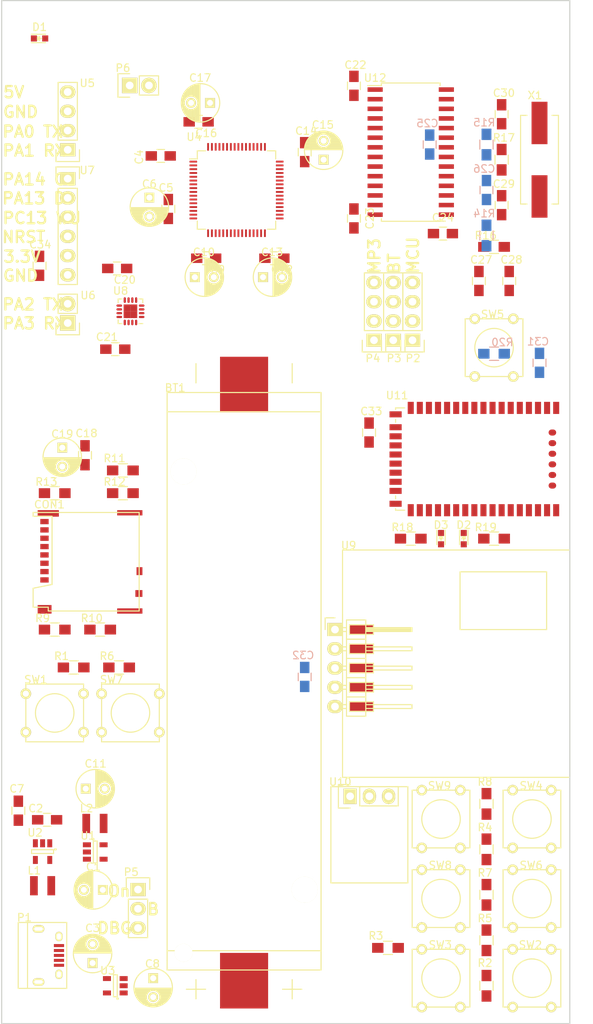
<source format=kicad_pcb>
(kicad_pcb (version 4) (host pcbnew 4.0.2-stable)
  (title_block (title "SenseWalk2: Minimalistic version") (rev 1) (company "University of Central Florida\\nSenior Design G23\\nBenoit Brummer\\n\\n\\n"))
  (layers (0 F.Cu signal) (1 In1.Cu power hide) (2 In2.Cu power hide) (31 B.Cu signal) (34 B.Paste user) (35 F.Paste user) (36 B.SilkS user) (37 F.SilkS user) (38 B.Mask user) (39 F.Mask user) (44 Edge.Cuts user))
  (net 0 "")
  (net 1 GND)
  (net 2 +BATT)
  (net 3 +5V)
  (net 4 +3V3)
  (net 5 PD2_SD-CMD)
  (net 6 PC10_SD-D2)
  (net 7 PC11_SD-D3)
  (net 8 PC12_SD-CK)
  (net 9 PC8_SD-D0)
  (net 10 PC9_SD-D1)
  (net 11 PA15_SD-DET)
  (net 12 "Net-(L2-Pad1)")
  (net 13 /in5)
  (net 14 /in6)
  (net 15 /in7)
  (net 16 /in8)
  (net 17 /in1)
  (net 18 /in2)
  (net 19 /in3)
  (net 20 /in4)
  (net 21 PC13_dbg)
  (net 22 NRST)
  (net 23 PC0_MP3-SCL)
  (net 24 PC1_MP3-SDA)
  (net 25 PC2_MAG-MISO)
  (net 26 PA0_las)
  (net 27 PA1_las)
  (net 28 PA2_UART)
  (net 29 PA3_UART)
  (net 30 PA4_BTpcm-Sync)
  (net 31 PA5_MP3-SCK)
  (net 32 PA6_BT-RTS)
  (net 33 PA7_MP3-SDI)
  (net 34 PC4_BT-RX)
  (net 35 PC5_BT-TX)
  (net 36 PB1_BT-CTS)
  (net 37 PB2_BT-GP2)
  (net 38 PB10_MAG-SPC)
  (net 39 "Net-(D1-Pad2)")
  (net 40 PB12_MAG-INT)
  (net 41 PB13_MAG-TRIG)
  (net 42 PB14_MP3-RST)
  (net 43 PB15_MAG-MOSI)
  (net 44 PC6_MP3-DR)
  (net 45 PA9_GPS-RX)
  (net 46 PA13_dbg)
  (net 47 PA14_dbg)
  (net 48 PB3_BTpcm-CLK)
  (net 49 PB5_BTpcm-IN)
  (net 50 PB7_GPS-TX)
  (net 51 PB9_MAG-CS)
  (net 52 "Net-(P4-Pad4)")
  (net 53 "Net-(P4-Pad1)")
  (net 54 "Net-(P4-Pad2)")
  (net 55 "Net-(C26-Pad1)")
  (net 56 "Net-(C28-Pad1)")
  (net 57 "Net-(C29-Pad1)")
  (net 58 "Net-(C27-Pad1)")
  (net 59 "Net-(D2-Pad2)")
  (net 60 "Net-(D2-Pad1)")
  (net 61 "Net-(D3-Pad2)")
  (net 62 "Net-(D3-Pad1)")
  (net 63 "Net-(P3-Pad1)")
  (net 64 "Net-(P3-Pad2)")
  (net 65 "Net-(P3-Pad3)")
  (net 66 "Net-(P3-Pad4)")
  (net 67 "Net-(L1-Pad2)")
  (net 68 "Net-(C3-Pad2)")
  (net 69 "Net-(C26-Pad2)")
  (net 70 "Net-(C30-Pad1)")
  (net 71 PB0_mic)
  (net 72 PB11_BT-GP9)
  (net 73 x-in-1)
  (net 74 x-in-2)
  (net 75 /3VEN)
  (net 76 /5VEN)
  (module con-trougnouf:18650BatteryHolder (layer F.Cu) (at 69 173 270)
    (fp_text reference BT1 (at -81.9 9.1 360) (layer F.SilkS))
    (fp_text value Battery)
    (pad "" np_thru_hole oval (at -70.87 8 270) (size 3.45 3.45) (drill 3.45) (layers *.Cu *.Mask F.SilkS))
    (pad 1 smd rect (at -3.67 0 270) (size 7.34 6.35) (layers F.Cu F.Paste F.Mask) (net 2 +BATT))
    (pad 2 smd rect (at -82.33 0 270) (size 7.34 6.35) (layers F.Cu F.Paste F.Mask) (net 1 GND))
    (pad "" np_thru_hole oval (at -7.34 8 270) (size 2.39 2.39) (drill 2.39) (layers *.Cu *.Mask F.SilkS))
    (pad "" np_thru_hole oval (at -15.67 -8 270) (size 3.45 3.45) (drill 3.45) (layers *.Cu *.Mask F.SilkS))
  )
  (module Capacitors_ThroughHole:C_Radial_D5_L11_P2.5 (layer F.Cu) (at 50.35 157.35 180)
    (fp_text reference C1 (at 1.25 3.05 180) (layer F.SilkS))
    (fp_text value 10uF)
    (pad 1 thru_hole rect (at 0 0 180) (size 1.3 1.3) (drill 0.8) (layers *.Cu *.Mask F.SilkS) (net 75 /3VEN))
    (pad 2 thru_hole circle (at 2.5 0 180) (size 1.3 1.3) (drill 0.8) (layers *.Cu *.Mask F.SilkS) (net 1 GND))
  )
  (module con-trougnouf:MicroSD (layer F.Cu) (at 42.65 112.05 90)
    (fp_text reference CON1 (at 5.55 0.65 180) (layer F.SilkS))
    (fp_text value uSD_Card)
    (pad 6 smd rect (at -2.2 0 90) (size 0.7 1.1) (layers F.Cu F.Paste F.Mask) (net 1 GND))
    (pad 3 smd rect (at 1.1 0 90) (size 0.7 1.1) (layers F.Cu F.Paste F.Mask) (net 5 PD2_SD-CMD))
    (pad ~ smd rect (at 4.38 0.5 90) (size 0.86 2.8) (layers F.Cu F.Paste F.Mask))
    (pad 1 smd rect (at 3.3 0 90) (size 0.7 1.1) (layers F.Cu F.Paste F.Mask) (net 6 PC10_SD-D2))
    (pad 2 smd rect (at 2.2 0 90) (size 0.7 1.1) (layers F.Cu F.Paste F.Mask) (net 7 PC11_SD-D3))
    (pad 4 smd rect (at 0 0 90) (size 0.7 1.1) (layers F.Cu F.Paste F.Mask) (net 4 +3V3))
    (pad 5 smd rect (at -1.1 0 90) (size 0.7 1.1) (layers F.Cu F.Paste F.Mask) (net 8 PC12_SD-CK))
    (pad 7 smd rect (at -3.3 0 90) (size 0.7 1.1) (layers F.Cu F.Paste F.Mask) (net 9 PC8_SD-D0))
    (pad 8 smd rect (at -4.4 0 90) (size 0.7 1.1) (layers F.Cu F.Paste F.Mask) (net 10 PC9_SD-D1))
    (pad ~ smd rect (at -8.28 0.015 90) (size 1.14 1.83) (layers F.Cu F.Paste F.Mask))
    (pad ~ smd rect (at -8.5 11.265 90) (size 0.7 3.33) (layers F.Cu F.Paste F.Mask))
    (pad 6 smd rect (at -6.19 12.465 90) (size 0.9 0.93) (layers F.Cu F.Paste F.Mask) (net 1 GND))
    (pad 9 smd rect (at -3.24 12.54 90) (size 1.05 0.78) (layers F.Cu F.Paste F.Mask) (net 11 PA15_SD-DET))
    (pad ~ smd rect (at 4.46 11.265 90) (size 0.7 3.33) (layers F.Cu F.Paste F.Mask))
  )
  (module BT:RN-52 (layer F.Cu) (at 102 100.5 270)
    (fp_text reference U11 (at -8.4 12.8 360) (layer F.SilkS))
    (fp_text value RN-52)
    (pad 28 smd rect (at 6.75 11 270) (size 1.6 0.8) (layers F.Cu F.Paste F.Mask))
    (pad 27 smd rect (at 5.9 13 270) (size 0.8 1.6) (layers F.Cu F.Paste F.Mask) (net 1 GND))
    (pad 19 smd rect (at -4.2 13 270) (size 0.8 1.6) (layers F.Cu F.Paste F.Mask))
    (pad 1 smd rect (at -6.75 -8.2 270) (size 1.6 0.8) (layers F.Cu F.Paste F.Mask) (net 1 GND))
    (pad 2 smd rect (at -6.75 -7 270) (size 1.6 0.8) (layers F.Cu F.Paste F.Mask) (net 37 PB2_BT-GP2))
    (pad 3 smd rect (at -6.75 -5.8 270) (size 1.6 0.8) (layers F.Cu F.Paste F.Mask))
    (pad 4 smd rect (at -6.75 -4.6 270) (size 1.6 0.8) (layers F.Cu F.Paste F.Mask))
    (pad 5 smd rect (at -6.75 -3.4 270) (size 1.6 0.8) (layers F.Cu F.Paste F.Mask))
    (pad 6 smd rect (at -6.75 -2.2 270) (size 1.6 0.8) (layers F.Cu F.Paste F.Mask))
    (pad 7 smd rect (at -6.75 -1 270) (size 1.6 0.8) (layers F.Cu F.Paste F.Mask))
    (pad 8 smd rect (at -6.75 0.2 270) (size 1.6 0.8) (layers F.Cu F.Paste F.Mask))
    (pad 9 smd rect (at -6.75 1.4 270) (size 1.6 0.8) (layers F.Cu F.Paste F.Mask))
    (pad 10 smd rect (at -6.75 2.6 270) (size 1.6 0.8) (layers F.Cu F.Paste F.Mask))
    (pad 11 smd rect (at -6.75 3.8 270) (size 1.6 0.8) (layers F.Cu F.Paste F.Mask) (net 72 PB11_BT-GP9))
    (pad 12 smd rect (at -6.75 5 270) (size 1.6 0.8) (layers F.Cu F.Paste F.Mask))
    (pad 13 smd rect (at -6.75 6.2 270) (size 1.6 0.8) (layers F.Cu F.Paste F.Mask))
    (pad 14 smd rect (at -6.75 7.4 270) (size 1.6 0.8) (layers F.Cu F.Paste F.Mask) (net 32 PA6_BT-RTS))
    (pad 15 smd rect (at -6.75 8.6 270) (size 1.6 0.8) (layers F.Cu F.Paste F.Mask) (net 36 PB1_BT-CTS))
    (pad 16 smd rect (at -6.75 9.8 270) (size 1.6 0.8) (layers F.Cu F.Paste F.Mask) (net 35 PC5_BT-TX))
    (pad 17 smd rect (at -6.75 11 270) (size 1.6 0.8) (layers F.Cu F.Paste F.Mask) (net 34 PC4_BT-RX))
    (pad 18 smd rect (at -5.9 13 270) (size 0.8 1.6) (layers F.Cu F.Paste F.Mask) (net 1 GND))
    (pad 20 smd rect (at -3 13 270) (size 0.8 1.6) (layers F.Cu F.Paste F.Mask))
    (pad 21 smd rect (at -1.8 13 270) (size 0.8 1.6) (layers F.Cu F.Paste F.Mask) (net 4 +3V3))
    (pad 22 smd rect (at -0.6 13 270) (size 0.8 1.6) (layers F.Cu F.Paste F.Mask) (net 4 +3V3))
    (pad 23 smd rect (at 0.6 13 270) (size 0.8 1.6) (layers F.Cu F.Paste F.Mask) (net 66 "Net-(P3-Pad4)"))
    (pad 24 smd rect (at 1.8 13 270) (size 0.8 1.6) (layers F.Cu F.Paste F.Mask) (net 65 "Net-(P3-Pad3)"))
    (pad 25 smd rect (at 3 13 270) (size 0.8 1.6) (layers F.Cu F.Paste F.Mask) (net 64 "Net-(P3-Pad2)"))
    (pad 26 smd rect (at 4.2 13 270) (size 0.8 1.6) (layers F.Cu F.Paste F.Mask) (net 63 "Net-(P3-Pad1)"))
    (pad 29 smd rect (at 6.75 9.8 270) (size 1.6 0.8) (layers F.Cu F.Paste F.Mask))
    (pad 30 smd rect (at 6.75 8.6 270) (size 1.6 0.8) (layers F.Cu F.Paste F.Mask))
    (pad 31 smd rect (at 6.75 7.4 270) (size 1.6 0.8) (layers F.Cu F.Paste F.Mask))
    (pad 32 smd rect (at 6.75 6.2 270) (size 1.6 0.8) (layers F.Cu F.Paste F.Mask) (net 62 "Net-(D3-Pad1)"))
    (pad 33 smd rect (at 6.75 5 270) (size 1.6 0.8) (layers F.Cu F.Paste F.Mask) (net 60 "Net-(D2-Pad1)"))
    (pad 34 smd rect (at 6.75 3.8 270) (size 1.6 0.8) (layers F.Cu F.Paste F.Mask))
    (pad 35 smd rect (at 6.75 2.6 270) (size 1.6 0.8) (layers F.Cu F.Paste F.Mask))
    (pad 36 smd rect (at 6.75 1.4 270) (size 1.6 0.8) (layers F.Cu F.Paste F.Mask))
    (pad 37 smd rect (at 6.75 0.2 270) (size 1.6 0.8) (layers F.Cu F.Paste F.Mask))
    (pad 38 smd rect (at 6.75 -1 270) (size 1.6 0.8) (layers F.Cu F.Paste F.Mask))
    (pad 39 smd rect (at 6.75 -2.2 270) (size 1.6 0.8) (layers F.Cu F.Paste F.Mask) (net 1 GND))
    (pad 40 smd rect (at 6.75 -3.4 270) (size 1.6 0.8) (layers F.Cu F.Paste F.Mask))
    (pad 41 smd rect (at 6.75 -4.6 270) (size 1.6 0.8) (layers F.Cu F.Paste F.Mask))
    (pad 42 smd rect (at 6.75 -5.8 270) (size 1.6 0.8) (layers F.Cu F.Paste F.Mask))
    (pad 43 smd rect (at 6.75 -7 270) (size 1.6 0.8) (layers F.Cu F.Paste F.Mask))
    (pad 44 smd rect (at 6.75 -8.2 270) (size 1.6 0.8) (layers F.Cu F.Paste F.Mask) (net 1 GND))
    (pad 45 smd oval (at 3.5 -7.7 270) (size 0.8 1) (layers F.Cu F.Paste F.Mask) (net 1 GND))
    (pad 46 smd oval (at 2.1 -7.7 270) (size 0.8 1) (layers F.Cu F.Paste F.Mask) (net 1 GND))
    (pad 47 smd oval (at 0.7 -7.7 270) (size 0.8 1) (layers F.Cu F.Paste F.Mask) (net 1 GND))
    (pad 48 smd oval (at -0.7 -7.7 270) (size 0.8 1) (layers F.Cu F.Paste F.Mask) (net 1 GND))
    (pad 49 smd oval (at -2.1 -7.7 270) (size 0.8 1) (layers F.Cu F.Paste F.Mask) (net 1 GND))
    (pad 50 smd oval (at -3.5 -7.7 270) (size 0.8 1) (layers F.Cu F.Paste F.Mask) (net 1 GND))
  )
  (module Capacitors_ThroughHole:C_Radial_D5_L11_P2.5 (layer F.Cu) (at 49 167 90)
    (fp_text reference C3 (at 4.6 0 180) (layer F.SilkS))
    (fp_text value 1uF)
    (pad 1 thru_hole rect (at 0 0 90) (size 1.3 1.3) (drill 0.8) (layers *.Cu *.Mask F.SilkS) (net 1 GND))
    (pad 2 thru_hole circle (at 2.5 0 90) (size 1.3 1.3) (drill 0.8) (layers *.Cu *.Mask F.SilkS) (net 68 "Net-(C3-Pad2)"))
  )
  (module Capacitors_SMD:C_0805_HandSoldering (layer F.Cu) (at 58 60.5)
    (fp_text reference C4 (at -2.85 0.15 90) (layer F.SilkS))
    (fp_text value 0.1uF)
    (pad 1 smd rect (at -1.25 0) (size 1.5 1.25) (layers F.Cu F.Paste F.Mask) (net 1 GND))
    (pad 2 smd rect (at 1.25 0) (size 1.5 1.25) (layers F.Cu F.Paste F.Mask) (net 4 +3V3))
  )
  (module Capacitors_ThroughHole:C_Radial_D5_L11_P2.5 (layer F.Cu) (at 56.5 66 270)
    (fp_text reference C6 (at -1.8 0 360) (layer F.SilkS))
    (fp_text value 4.7uF)
    (pad 1 thru_hole rect (at 0 0 270) (size 1.3 1.3) (drill 0.8) (layers *.Cu *.Mask F.SilkS) (net 1 GND))
    (pad 2 thru_hole circle (at 2.5 0 270) (size 1.3 1.3) (drill 0.8) (layers *.Cu *.Mask F.SilkS) (net 4 +3V3))
  )
  (module Capacitors_SMD:C_0805_HandSoldering (layer F.Cu) (at 39.2 146.9 90)
    (fp_text reference C7 (at 2.9 -0.2 180) (layer F.SilkS))
    (fp_text value 10uF)
    (pad 1 smd rect (at -1.25 0 90) (size 1.5 1.25) (layers F.Cu F.Paste F.Mask) (net 3 +5V))
    (pad 2 smd rect (at 1.25 0 90) (size 1.5 1.25) (layers F.Cu F.Paste F.Mask) (net 1 GND))
  )
  (module Capacitors_ThroughHole:C_Radial_D5_L11_P2.5 (layer F.Cu) (at 57 169 270)
    (fp_text reference C8 (at -1.9 0.1 360) (layer F.SilkS))
    (fp_text value 1uF)
    (pad 1 thru_hole rect (at 0 0 270) (size 1.3 1.3) (drill 0.8) (layers *.Cu *.Mask F.SilkS) (net 2 +BATT))
    (pad 2 thru_hole circle (at 2.5 0 270) (size 1.3 1.3) (drill 0.8) (layers *.Cu *.Mask F.SilkS) (net 1 GND))
  )
  (module Capacitors_ThroughHole:C_Radial_D5_L11_P2.5 (layer F.Cu) (at 62.5 76.5)
    (fp_text reference C10 (at 1.2 -3.3) (layer F.SilkS))
    (fp_text value 4.7uF)
    (pad 1 thru_hole rect (at 0 0) (size 1.3 1.3) (drill 0.8) (layers *.Cu *.Mask F.SilkS) (net 1 GND))
    (pad 2 thru_hole circle (at 2.5 0) (size 1.3 1.3) (drill 0.8) (layers *.Cu *.Mask F.SilkS) (net 4 +3V3))
  )
  (module Capacitors_ThroughHole:C_Radial_D5_L11_P2.5 (layer F.Cu) (at 64.5 53.5 180)
    (fp_text reference C17 (at 1.3 3.3 180) (layer F.SilkS))
    (fp_text value 4.7uF)
    (pad 1 thru_hole rect (at 0 0 180) (size 1.3 1.3) (drill 0.8) (layers *.Cu *.Mask F.SilkS) (net 1 GND))
    (pad 2 thru_hole circle (at 2.5 0 180) (size 1.3 1.3) (drill 0.8) (layers *.Cu *.Mask F.SilkS) (net 4 +3V3))
  )
  (module Inductors_NEOSID:Neosid_Inductor_SM-NE29_SMD1008 (layer F.Cu) (at 42.4 156.8 180)
    (fp_text reference L1 (at 1.1 2 180) (layer F.SilkS))
    (fp_text value 4.7uH)
    (pad 2 smd rect (at 1.14554 0 180) (size 1.02108 2.54) (layers F.Cu F.Paste F.Mask) (net 67 "Net-(L1-Pad2)"))
    (pad 1 smd rect (at -1.14554 0 180) (size 1.02108 2.54) (layers F.Cu F.Paste F.Mask) (net 2 +BATT))
  )
  (module Inductors_NEOSID:Neosid_Inductor_SM-NE29_SMD1008 (layer F.Cu) (at 49.31 148.58)
    (fp_text reference L2 (at -1.11 -1.98 180) (layer F.SilkS))
    (fp_text value 4.7uH)
    (pad 2 smd rect (at 1.14554 0) (size 1.02108 2.54) (layers F.Cu F.Paste F.Mask) (net 4 +3V3))
    (pad 1 smd rect (at -1.14554 0) (size 1.02108 2.54) (layers F.Cu F.Paste F.Mask) (net 12 "Net-(L2-Pad1)"))
  )
  (module Connect:USB_Micro-B (layer F.Cu) (at 43 166 270)
    (fp_text reference P1 (at -5 3 360) (layer F.SilkS))
    (fp_text value USB_B)
    (pad 1 smd rect (at -1.3009 -1.56254) (size 1.35 0.4) (layers F.Cu F.Paste F.Mask) (net 68 "Net-(C3-Pad2)"))
    (pad 2 smd rect (at -0.6509 -1.56254) (size 1.35 0.4) (layers F.Cu F.Paste F.Mask))
    (pad 3 smd rect (at -0.0009 -1.56254) (size 1.35 0.4) (layers F.Cu F.Paste F.Mask))
    (pad 4 smd rect (at 0.6491 -1.56254) (size 1.35 0.4) (layers F.Cu F.Paste F.Mask) (net 1 GND))
    (pad 5 smd rect (at 1.2991 -1.56254) (size 1.35 0.4) (layers F.Cu F.Paste F.Mask))
    (pad 6 thru_hole oval (at -2.5009 -1.56254) (size 0.95 1.25) (drill oval 0.55 0.85) (layers *.Cu *.Mask F.SilkS))
    (pad 6 thru_hole oval (at 2.4991 -1.56254) (size 0.95 1.25) (drill oval 0.55 0.85) (layers *.Cu *.Mask F.SilkS))
    (pad 6 thru_hole oval (at -3.5009 1.13746) (size 1.55 1) (drill oval 1.15 0.5) (layers *.Cu *.Mask F.SilkS))
    (pad 6 thru_hole oval (at 3.4991 1.13746) (size 1.55 1) (drill oval 1.15 0.5) (layers *.Cu *.Mask F.SilkS))
  )
  (module Buttons_Switches_ThroughHole:SW_PUSH_SMALL (layer F.Cu) (at 44 134)
    (fp_text reference SW1 (at -2.5 -4.4) (layer F.SilkS))
    (fp_text value SW_PUSH)
    (pad 1 thru_hole circle (at 3.81 -2.54) (size 1.397 1.397) (drill 0.8128) (layers *.Cu *.Mask F.SilkS) (net 13 /in5))
    (pad 2 thru_hole circle (at 3.81 2.54) (size 1.397 1.397) (drill 0.8128) (layers *.Cu *.Mask F.SilkS) (net 4 +3V3))
    (pad 1 thru_hole circle (at -3.81 -2.54) (size 1.397 1.397) (drill 0.8128) (layers *.Cu *.Mask F.SilkS) (net 13 /in5))
    (pad 2 thru_hole circle (at -3.81 2.54) (size 1.397 1.397) (drill 0.8128) (layers *.Cu *.Mask F.SilkS) (net 4 +3V3))
  )
  (module Buttons_Switches_ThroughHole:SW_PUSH_SMALL (layer F.Cu) (at 107 169 270)
    (fp_text reference SW2 (at -4.4 0.2 360) (layer F.SilkS))
    (fp_text value SW_PUSH)
    (pad 1 thru_hole circle (at 3.81 -2.54 270) (size 1.397 1.397) (drill 0.8128) (layers *.Cu *.Mask F.SilkS) (net 14 /in6))
    (pad 2 thru_hole circle (at 3.81 2.54 270) (size 1.397 1.397) (drill 0.8128) (layers *.Cu *.Mask F.SilkS) (net 4 +3V3))
    (pad 1 thru_hole circle (at -3.81 -2.54 270) (size 1.397 1.397) (drill 0.8128) (layers *.Cu *.Mask F.SilkS) (net 14 /in6))
    (pad 2 thru_hole circle (at -3.81 2.54 270) (size 1.397 1.397) (drill 0.8128) (layers *.Cu *.Mask F.SilkS) (net 4 +3V3))
  )
  (module Buttons_Switches_ThroughHole:SW_PUSH_SMALL (layer F.Cu) (at 95 169 90)
    (fp_text reference SW3 (at 4.4 -0.1 180) (layer F.SilkS))
    (fp_text value SW_PUSH)
    (pad 1 thru_hole circle (at 3.81 -2.54 90) (size 1.397 1.397) (drill 0.8128) (layers *.Cu *.Mask F.SilkS) (net 15 /in7))
    (pad 2 thru_hole circle (at 3.81 2.54 90) (size 1.397 1.397) (drill 0.8128) (layers *.Cu *.Mask F.SilkS) (net 4 +3V3))
    (pad 1 thru_hole circle (at -3.81 -2.54 90) (size 1.397 1.397) (drill 0.8128) (layers *.Cu *.Mask F.SilkS) (net 15 /in7))
    (pad 2 thru_hole circle (at -3.81 2.54 90) (size 1.397 1.397) (drill 0.8128) (layers *.Cu *.Mask F.SilkS) (net 4 +3V3))
  )
  (module Buttons_Switches_ThroughHole:SW_PUSH_SMALL (layer F.Cu) (at 107 148 270)
    (fp_text reference SW4 (at -4.4 0.1 360) (layer F.SilkS))
    (fp_text value SW_PUSH)
    (pad 1 thru_hole circle (at 3.81 -2.54 270) (size 1.397 1.397) (drill 0.8128) (layers *.Cu *.Mask F.SilkS) (net 16 /in8))
    (pad 2 thru_hole circle (at 3.81 2.54 270) (size 1.397 1.397) (drill 0.8128) (layers *.Cu *.Mask F.SilkS) (net 4 +3V3))
    (pad 1 thru_hole circle (at -3.81 -2.54 270) (size 1.397 1.397) (drill 0.8128) (layers *.Cu *.Mask F.SilkS) (net 16 /in8))
    (pad 2 thru_hole circle (at -3.81 2.54 270) (size 1.397 1.397) (drill 0.8128) (layers *.Cu *.Mask F.SilkS) (net 4 +3V3))
  )
  (module Buttons_Switches_ThroughHole:SW_PUSH_SMALL (layer F.Cu) (at 107 158.5 270)
    (fp_text reference SW6 (at -4.4 0.1 360) (layer F.SilkS))
    (fp_text value SW_PUSH)
    (pad 1 thru_hole circle (at 3.81 -2.54 270) (size 1.397 1.397) (drill 0.8128) (layers *.Cu *.Mask F.SilkS) (net 17 /in1))
    (pad 2 thru_hole circle (at 3.81 2.54 270) (size 1.397 1.397) (drill 0.8128) (layers *.Cu *.Mask F.SilkS) (net 4 +3V3))
    (pad 1 thru_hole circle (at -3.81 -2.54 270) (size 1.397 1.397) (drill 0.8128) (layers *.Cu *.Mask F.SilkS) (net 17 /in1))
    (pad 2 thru_hole circle (at -3.81 2.54 270) (size 1.397 1.397) (drill 0.8128) (layers *.Cu *.Mask F.SilkS) (net 4 +3V3))
  )
  (module Buttons_Switches_ThroughHole:SW_PUSH_SMALL (layer F.Cu) (at 54 134)
    (fp_text reference SW7 (at -2.5 -4.4) (layer F.SilkS))
    (fp_text value SW_PUSH)
    (pad 1 thru_hole circle (at 3.81 -2.54) (size 1.397 1.397) (drill 0.8128) (layers *.Cu *.Mask F.SilkS) (net 18 /in2))
    (pad 2 thru_hole circle (at 3.81 2.54) (size 1.397 1.397) (drill 0.8128) (layers *.Cu *.Mask F.SilkS) (net 4 +3V3))
    (pad 1 thru_hole circle (at -3.81 -2.54) (size 1.397 1.397) (drill 0.8128) (layers *.Cu *.Mask F.SilkS) (net 18 /in2))
    (pad 2 thru_hole circle (at -3.81 2.54) (size 1.397 1.397) (drill 0.8128) (layers *.Cu *.Mask F.SilkS) (net 4 +3V3))
  )
  (module Buttons_Switches_ThroughHole:SW_PUSH_SMALL (layer F.Cu) (at 95 158.5 90)
    (fp_text reference SW8 (at 4.4 -0.1 180) (layer F.SilkS))
    (fp_text value SW_PUSH)
    (pad 1 thru_hole circle (at 3.81 -2.54 90) (size 1.397 1.397) (drill 0.8128) (layers *.Cu *.Mask F.SilkS) (net 19 /in3))
    (pad 2 thru_hole circle (at 3.81 2.54 90) (size 1.397 1.397) (drill 0.8128) (layers *.Cu *.Mask F.SilkS) (net 4 +3V3))
    (pad 1 thru_hole circle (at -3.81 -2.54 90) (size 1.397 1.397) (drill 0.8128) (layers *.Cu *.Mask F.SilkS) (net 19 /in3))
    (pad 2 thru_hole circle (at -3.81 2.54 90) (size 1.397 1.397) (drill 0.8128) (layers *.Cu *.Mask F.SilkS) (net 4 +3V3))
  )
  (module Buttons_Switches_ThroughHole:SW_PUSH_SMALL (layer F.Cu) (at 95 148 90)
    (fp_text reference SW9 (at 4.4 -0.2 180) (layer F.SilkS))
    (fp_text value SW_PUSH)
    (pad 1 thru_hole circle (at 3.81 -2.54 90) (size 1.397 1.397) (drill 0.8128) (layers *.Cu *.Mask F.SilkS) (net 20 /in4))
    (pad 2 thru_hole circle (at 3.81 2.54 90) (size 1.397 1.397) (drill 0.8128) (layers *.Cu *.Mask F.SilkS) (net 4 +3V3))
    (pad 1 thru_hole circle (at -3.81 -2.54 90) (size 1.397 1.397) (drill 0.8128) (layers *.Cu *.Mask F.SilkS) (net 20 /in4))
    (pad 2 thru_hole circle (at -3.81 2.54 90) (size 1.397 1.397) (drill 0.8128) (layers *.Cu *.Mask F.SilkS) (net 4 +3V3))
  )
  (module TO_SOT_Packages_SMD:SOT-23-5 (layer F.Cu) (at 42.4 152.3 270)
    (fp_text reference U2 (at -2.5 1 360) (layer F.SilkS))
    (fp_text value XC9140)
    (pad 1 smd rect (at -1.1 -0.95 270) (size 1.06 0.65) (layers F.Cu F.Paste F.Mask) (net 76 /5VEN))
    (pad 2 smd rect (at -1.1 0 270) (size 1.06 0.65) (layers F.Cu F.Paste F.Mask) (net 1 GND))
    (pad 3 smd rect (at -1.1 0.95 270) (size 1.06 0.65) (layers F.Cu F.Paste F.Mask) (net 2 +BATT))
    (pad 4 smd rect (at 1.1 0.95 270) (size 1.06 0.65) (layers F.Cu F.Paste F.Mask) (net 3 +5V))
    (pad 5 smd rect (at 1.1 -0.95 270) (size 1.06 0.65) (layers F.Cu F.Paste F.Mask) (net 67 "Net-(L1-Pad2)"))
  )
  (module TO_SOT_Packages_SMD:SOT-23-5 (layer F.Cu) (at 52 170 180)
    (fp_text reference U3 (at 1 2 180) (layer F.SilkS))
    (fp_text value MCP73811/2)
    (pad 1 smd rect (at -1.1 -0.95 180) (size 1.06 0.65) (layers F.Cu F.Paste F.Mask) (net 68 "Net-(C3-Pad2)"))
    (pad 2 smd rect (at -1.1 0 180) (size 1.06 0.65) (layers F.Cu F.Paste F.Mask) (net 1 GND))
    (pad 3 smd rect (at -1.1 0.95 180) (size 1.06 0.65) (layers F.Cu F.Paste F.Mask) (net 2 +BATT))
    (pad 4 smd rect (at 1.1 0.95 180) (size 1.06 0.65) (layers F.Cu F.Paste F.Mask) (net 68 "Net-(C3-Pad2)"))
    (pad 5 smd rect (at 1.1 -0.95 180) (size 1.06 0.65) (layers F.Cu F.Paste F.Mask) (net 68 "Net-(C3-Pad2)"))
  )
  (module Housings_QFP:LQFP-64_10x10mm_Pitch0.5mm (layer F.Cu) (at 68 65)
    (fp_text reference U4 (at -5.6 -7) (layer F.SilkS))
    (fp_text value STM32L476R)
    (pad 1 smd rect (at -5.7 -3.75) (size 1 0.25) (layers F.Cu F.Paste F.Mask) (net 4 +3V3))
    (pad 2 smd rect (at -5.7 -3.25) (size 1 0.25) (layers F.Cu F.Paste F.Mask) (net 21 PC13_dbg))
    (pad 3 smd rect (at -5.7 -2.75) (size 1 0.25) (layers F.Cu F.Paste F.Mask) (net 13 /in5))
    (pad 4 smd rect (at -5.7 -2.25) (size 1 0.25) (layers F.Cu F.Paste F.Mask) (net 14 /in6))
    (pad 5 smd rect (at -5.7 -1.75) (size 1 0.25) (layers F.Cu F.Paste F.Mask) (net 15 /in7))
    (pad 6 smd rect (at -5.7 -1.25) (size 1 0.25) (layers F.Cu F.Paste F.Mask) (net 16 /in8))
    (pad 7 smd rect (at -5.7 -0.75) (size 1 0.25) (layers F.Cu F.Paste F.Mask) (net 22 NRST))
    (pad 8 smd rect (at -5.7 -0.25) (size 1 0.25) (layers F.Cu F.Paste F.Mask) (net 23 PC0_MP3-SCL))
    (pad 9 smd rect (at -5.7 0.25) (size 1 0.25) (layers F.Cu F.Paste F.Mask) (net 24 PC1_MP3-SDA))
    (pad 10 smd rect (at -5.7 0.75) (size 1 0.25) (layers F.Cu F.Paste F.Mask) (net 25 PC2_MAG-MISO))
    (pad 11 smd rect (at -5.7 1.25) (size 1 0.25) (layers F.Cu F.Paste F.Mask))
    (pad 12 smd rect (at -5.7 1.75) (size 1 0.25) (layers F.Cu F.Paste F.Mask) (net 1 GND))
    (pad 13 smd rect (at -5.7 2.25) (size 1 0.25) (layers F.Cu F.Paste F.Mask) (net 4 +3V3))
    (pad 14 smd rect (at -5.7 2.75) (size 1 0.25) (layers F.Cu F.Paste F.Mask) (net 26 PA0_las))
    (pad 15 smd rect (at -5.7 3.25) (size 1 0.25) (layers F.Cu F.Paste F.Mask) (net 27 PA1_las))
    (pad 16 smd rect (at -5.7 3.75) (size 1 0.25) (layers F.Cu F.Paste F.Mask) (net 28 PA2_UART))
    (pad 17 smd rect (at -3.75 5.7 90) (size 1 0.25) (layers F.Cu F.Paste F.Mask) (net 29 PA3_UART))
    (pad 18 smd rect (at -3.25 5.7 90) (size 1 0.25) (layers F.Cu F.Paste F.Mask) (net 1 GND))
    (pad 19 smd rect (at -2.75 5.7 90) (size 1 0.25) (layers F.Cu F.Paste F.Mask) (net 4 +3V3))
    (pad 20 smd rect (at -2.25 5.7 90) (size 1 0.25) (layers F.Cu F.Paste F.Mask) (net 30 PA4_BTpcm-Sync))
    (pad 21 smd rect (at -1.75 5.7 90) (size 1 0.25) (layers F.Cu F.Paste F.Mask) (net 31 PA5_MP3-SCK))
    (pad 22 smd rect (at -1.25 5.7 90) (size 1 0.25) (layers F.Cu F.Paste F.Mask) (net 32 PA6_BT-RTS))
    (pad 23 smd rect (at -0.75 5.7 90) (size 1 0.25) (layers F.Cu F.Paste F.Mask) (net 33 PA7_MP3-SDI))
    (pad 24 smd rect (at -0.25 5.7 90) (size 1 0.25) (layers F.Cu F.Paste F.Mask) (net 34 PC4_BT-RX))
    (pad 25 smd rect (at 0.25 5.7 90) (size 1 0.25) (layers F.Cu F.Paste F.Mask) (net 35 PC5_BT-TX))
    (pad 26 smd rect (at 0.75 5.7 90) (size 1 0.25) (layers F.Cu F.Paste F.Mask) (net 71 PB0_mic))
    (pad 27 smd rect (at 1.25 5.7 90) (size 1 0.25) (layers F.Cu F.Paste F.Mask) (net 36 PB1_BT-CTS))
    (pad 28 smd rect (at 1.75 5.7 90) (size 1 0.25) (layers F.Cu F.Paste F.Mask) (net 37 PB2_BT-GP2))
    (pad 29 smd rect (at 2.25 5.7 90) (size 1 0.25) (layers F.Cu F.Paste F.Mask) (net 38 PB10_MAG-SPC))
    (pad 30 smd rect (at 2.75 5.7 90) (size 1 0.25) (layers F.Cu F.Paste F.Mask) (net 72 PB11_BT-GP9))
    (pad 31 smd rect (at 3.25 5.7 90) (size 1 0.25) (layers F.Cu F.Paste F.Mask) (net 1 GND))
    (pad 32 smd rect (at 3.75 5.7 90) (size 1 0.25) (layers F.Cu F.Paste F.Mask) (net 4 +3V3))
    (pad 33 smd rect (at 5.7 3.75) (size 1 0.25) (layers F.Cu F.Paste F.Mask) (net 40 PB12_MAG-INT))
    (pad 34 smd rect (at 5.7 3.25) (size 1 0.25) (layers F.Cu F.Paste F.Mask) (net 41 PB13_MAG-TRIG))
    (pad 35 smd rect (at 5.7 2.75) (size 1 0.25) (layers F.Cu F.Paste F.Mask) (net 42 PB14_MP3-RST))
    (pad 36 smd rect (at 5.7 2.25) (size 1 0.25) (layers F.Cu F.Paste F.Mask) (net 43 PB15_MAG-MOSI))
    (pad 37 smd rect (at 5.7 1.75) (size 1 0.25) (layers F.Cu F.Paste F.Mask) (net 44 PC6_MP3-DR))
    (pad 38 smd rect (at 5.7 1.25) (size 1 0.25) (layers F.Cu F.Paste F.Mask) (net 76 /5VEN))
    (pad 39 smd rect (at 5.7 0.75) (size 1 0.25) (layers F.Cu F.Paste F.Mask) (net 9 PC8_SD-D0))
    (pad 40 smd rect (at 5.7 0.25) (size 1 0.25) (layers F.Cu F.Paste F.Mask) (net 10 PC9_SD-D1))
    (pad 41 smd rect (at 5.7 -0.25) (size 1 0.25) (layers F.Cu F.Paste F.Mask) (net 17 /in1))
    (pad 42 smd rect (at 5.7 -0.75) (size 1 0.25) (layers F.Cu F.Paste F.Mask) (net 45 PA9_GPS-RX))
    (pad 43 smd rect (at 5.7 -1.25) (size 1 0.25) (layers F.Cu F.Paste F.Mask) (net 18 /in2))
    (pad 44 smd rect (at 5.7 -1.75) (size 1 0.25) (layers F.Cu F.Paste F.Mask) (net 19 /in3))
    (pad 45 smd rect (at 5.7 -2.25) (size 1 0.25) (layers F.Cu F.Paste F.Mask) (net 20 /in4))
    (pad 46 smd rect (at 5.7 -2.75) (size 1 0.25) (layers F.Cu F.Paste F.Mask) (net 46 PA13_dbg))
    (pad 47 smd rect (at 5.7 -3.25) (size 1 0.25) (layers F.Cu F.Paste F.Mask) (net 1 GND))
    (pad 48 smd rect (at 5.7 -3.75) (size 1 0.25) (layers F.Cu F.Paste F.Mask) (net 4 +3V3))
    (pad 49 smd rect (at 3.75 -5.7 90) (size 1 0.25) (layers F.Cu F.Paste F.Mask) (net 47 PA14_dbg))
    (pad 50 smd rect (at 3.25 -5.7 90) (size 1 0.25) (layers F.Cu F.Paste F.Mask) (net 11 PA15_SD-DET))
    (pad 51 smd rect (at 2.75 -5.7 90) (size 1 0.25) (layers F.Cu F.Paste F.Mask) (net 6 PC10_SD-D2))
    (pad 52 smd rect (at 2.25 -5.7 90) (size 1 0.25) (layers F.Cu F.Paste F.Mask) (net 7 PC11_SD-D3))
    (pad 53 smd rect (at 1.75 -5.7 90) (size 1 0.25) (layers F.Cu F.Paste F.Mask) (net 8 PC12_SD-CK))
    (pad 54 smd rect (at 1.25 -5.7 90) (size 1 0.25) (layers F.Cu F.Paste F.Mask) (net 5 PD2_SD-CMD))
    (pad 55 smd rect (at 0.75 -5.7 90) (size 1 0.25) (layers F.Cu F.Paste F.Mask) (net 48 PB3_BTpcm-CLK))
    (pad 56 smd rect (at 0.25 -5.7 90) (size 1 0.25) (layers F.Cu F.Paste F.Mask) (net 73 x-in-1))
    (pad 57 smd rect (at -0.25 -5.7 90) (size 1 0.25) (layers F.Cu F.Paste F.Mask) (net 49 PB5_BTpcm-IN))
    (pad 58 smd rect (at -0.75 -5.7 90) (size 1 0.25) (layers F.Cu F.Paste F.Mask) (net 74 x-in-2))
    (pad 59 smd rect (at -1.25 -5.7 90) (size 1 0.25) (layers F.Cu F.Paste F.Mask) (net 50 PB7_GPS-TX))
    (pad 60 smd rect (at -1.75 -5.7 90) (size 1 0.25) (layers F.Cu F.Paste F.Mask))
    (pad 61 smd rect (at -2.25 -5.7 90) (size 1 0.25) (layers F.Cu F.Paste F.Mask) (net 39 "Net-(D1-Pad2)"))
    (pad 62 smd rect (at -2.75 -5.7 90) (size 1 0.25) (layers F.Cu F.Paste F.Mask) (net 51 PB9_MAG-CS))
    (pad 63 smd rect (at -3.25 -5.7 90) (size 1 0.25) (layers F.Cu F.Paste F.Mask) (net 1 GND))
    (pad 64 smd rect (at -3.75 -5.7 90) (size 1 0.25) (layers F.Cu F.Paste F.Mask) (net 4 +3V3))
  )
  (module con-trougnouf:Socket_Strip_Straight_1x04_3467 (layer F.Cu) (at 45.72 59.69 90)
    (fp_text reference U5 (at 8.79 2.58 180) (layer F.SilkS))
    (fp_text value Lightware_SF10/A)
    (pad 3 thru_hole rect (at 0 0 90) (size 1.7272 2.032) (drill 1.016) (layers *.Cu *.Mask F.SilkS) (net 27 PA1_las))
    (pad 4 thru_hole oval (at 2.54 0 90) (size 1.7272 2.032) (drill 1.016) (layers *.Cu *.Mask F.SilkS) (net 26 PA0_las))
    (pad 6 thru_hole oval (at 5.08 0 90) (size 1.7272 2.032) (drill 1.016) (layers *.Cu *.Mask F.SilkS) (net 1 GND))
    (pad 7 thru_hole oval (at 7.62 0 90) (size 1.7272 2.032) (drill 1.016) (layers *.Cu *.Mask F.SilkS) (net 3 +5V))
  )
  (module Housings_DFN_QFN:QFN-16-1EP_3x3mm_Pitch0.5mm (layer F.Cu) (at 54 81 180)
    (fp_text reference U8 (at 1.3 2.7 360) (layer F.SilkS))
    (fp_text value MLX90393)
    (pad 1 smd oval (at -1.475 -0.75 180) (size 0.75 0.3) (layers F.Cu F.Paste F.Mask) (net 40 PB12_MAG-INT))
    (pad 2 smd oval (at -1.475 -0.25 180) (size 0.75 0.3) (layers F.Cu F.Paste F.Mask) (net 51 PB9_MAG-CS))
    (pad 3 smd oval (at -1.475 0.25 180) (size 0.75 0.3) (layers F.Cu F.Paste F.Mask) (net 38 PB10_MAG-SPC))
    (pad 4 smd oval (at -1.475 0.75 180) (size 0.75 0.3) (layers F.Cu F.Paste F.Mask))
    (pad 5 smd oval (at -0.75 1.475 270) (size 0.75 0.3) (layers F.Cu F.Paste F.Mask) (net 43 PB15_MAG-MOSI))
    (pad 6 smd oval (at -0.25 1.475 270) (size 0.75 0.3) (layers F.Cu F.Paste F.Mask) (net 25 PC2_MAG-MISO))
    (pad 7 smd oval (at 0.25 1.475 270) (size 0.75 0.3) (layers F.Cu F.Paste F.Mask) (net 41 PB13_MAG-TRIG))
    (pad 8 smd oval (at 0.75 1.475 270) (size 0.75 0.3) (layers F.Cu F.Paste F.Mask) (net 4 +3V3))
    (pad 9 smd oval (at 1.475 0.75 180) (size 0.75 0.3) (layers F.Cu F.Paste F.Mask))
    (pad 10 smd oval (at 1.475 0.25 180) (size 0.75 0.3) (layers F.Cu F.Paste F.Mask))
    (pad 11 smd oval (at 1.475 -0.25 180) (size 0.75 0.3) (layers F.Cu F.Paste F.Mask) (net 1 GND))
    (pad 12 smd oval (at 1.475 -0.75 180) (size 0.75 0.3) (layers F.Cu F.Paste F.Mask) (net 1 GND))
    (pad 13 smd oval (at 0.75 -1.475 270) (size 0.75 0.3) (layers F.Cu F.Paste F.Mask) (net 1 GND))
    (pad 14 smd oval (at 0.25 -1.475 270) (size 0.75 0.3) (layers F.Cu F.Paste F.Mask))
    (pad 15 smd oval (at -0.25 -1.475 270) (size 0.75 0.3) (layers F.Cu F.Paste F.Mask) (net 4 +3V3))
    (pad 16 smd oval (at -0.75 -1.475 270) (size 0.75 0.3) (layers F.Cu F.Paste F.Mask))
    (pad 17 smd rect (at 0.45 0.45 180) (size 0.9 0.9) (layers F.Cu F.Paste F.Mask))
    (pad 17 smd rect (at 0.45 -0.45 180) (size 0.9 0.9) (layers F.Cu F.Paste F.Mask))
    (pad 17 smd rect (at -0.45 0.45 180) (size 0.9 0.9) (layers F.Cu F.Paste F.Mask))
    (pad 17 smd rect (at -0.45 -0.45 180) (size 0.9 0.9) (layers F.Cu F.Paste F.Mask))
  )
  (module Housings_SOIC:SOIC-28_7.5x17.9mm_Pitch1.27mm (layer F.Cu) (at 91 60)
    (fp_text reference U12 (at -4.7 -9.8) (layer F.SilkS))
    (fp_text value STA013)
    (pad 1 smd rect (at -4.7 -8.255) (size 2 0.6) (layers F.Cu F.Paste F.Mask) (net 4 +3V3))
    (pad 2 smd rect (at -4.7 -6.985) (size 2 0.6) (layers F.Cu F.Paste F.Mask) (net 1 GND))
    (pad 3 smd rect (at -4.7 -5.715) (size 2 0.6) (layers F.Cu F.Paste F.Mask) (net 24 PC1_MP3-SDA))
    (pad 4 smd rect (at -4.7 -4.445) (size 2 0.6) (layers F.Cu F.Paste F.Mask) (net 23 PC0_MP3-SCL))
    (pad 5 smd rect (at -4.7 -3.175) (size 2 0.6) (layers F.Cu F.Paste F.Mask) (net 33 PA7_MP3-SDI))
    (pad 6 smd rect (at -4.7 -1.905) (size 2 0.6) (layers F.Cu F.Paste F.Mask) (net 31 PA5_MP3-SCK))
    (pad 7 smd rect (at -4.7 -0.635) (size 2 0.6) (layers F.Cu F.Paste F.Mask) (net 4 +3V3))
    (pad 8 smd rect (at -4.7 0.635) (size 2 0.6) (layers F.Cu F.Paste F.Mask) (net 4 +3V3))
    (pad 9 smd rect (at -4.7 1.905) (size 2 0.6) (layers F.Cu F.Paste F.Mask) (net 52 "Net-(P4-Pad4)"))
    (pad 10 smd rect (at -4.7 3.175) (size 2 0.6) (layers F.Cu F.Paste F.Mask) (net 53 "Net-(P4-Pad1)"))
    (pad 11 smd rect (at -4.7 4.445) (size 2 0.6) (layers F.Cu F.Paste F.Mask) (net 54 "Net-(P4-Pad2)"))
    (pad 12 smd rect (at -4.7 5.715) (size 2 0.6) (layers F.Cu F.Paste F.Mask))
    (pad 13 smd rect (at -4.7 6.985) (size 2 0.6) (layers F.Cu F.Paste F.Mask) (net 1 GND))
    (pad 14 smd rect (at -4.7 8.255) (size 2 0.6) (layers F.Cu F.Paste F.Mask) (net 4 +3V3))
    (pad 15 smd rect (at 4.7 8.255) (size 2 0.6) (layers F.Cu F.Paste F.Mask) (net 1 GND))
    (pad 16 smd rect (at 4.7 6.985) (size 2 0.6) (layers F.Cu F.Paste F.Mask) (net 4 +3V3))
    (pad 17 smd rect (at 4.7 5.715) (size 2 0.6) (layers F.Cu F.Paste F.Mask) (net 69 "Net-(C26-Pad2)"))
    (pad 18 smd rect (at 4.7 4.445) (size 2 0.6) (layers F.Cu F.Paste F.Mask) (net 55 "Net-(C26-Pad1)"))
    (pad 19 smd rect (at 4.7 3.175) (size 2 0.6) (layers F.Cu F.Paste F.Mask) (net 58 "Net-(C27-Pad1)"))
    (pad 20 smd rect (at 4.7 1.905) (size 2 0.6) (layers F.Cu F.Paste F.Mask) (net 57 "Net-(C29-Pad1)"))
    (pad 21 smd rect (at 4.7 0.635) (size 2 0.6) (layers F.Cu F.Paste F.Mask) (net 70 "Net-(C30-Pad1)"))
    (pad 22 smd rect (at 4.7 -0.635) (size 2 0.6) (layers F.Cu F.Paste F.Mask) (net 1 GND))
    (pad 23 smd rect (at 4.7 -1.905) (size 2 0.6) (layers F.Cu F.Paste F.Mask) (net 4 +3V3))
    (pad 24 smd rect (at 4.7 -3.175) (size 2 0.6) (layers F.Cu F.Paste F.Mask) (net 4 +3V3))
    (pad 25 smd rect (at 4.7 -4.445) (size 2 0.6) (layers F.Cu F.Paste F.Mask) (net 1 GND))
    (pad 26 smd rect (at 4.7 -5.715) (size 2 0.6) (layers F.Cu F.Paste F.Mask) (net 42 PB14_MP3-RST))
    (pad 27 smd rect (at 4.7 -6.985) (size 2 0.6) (layers F.Cu F.Paste F.Mask) (net 1 GND))
    (pad 28 smd rect (at 4.7 -8.255) (size 2 0.6) (layers F.Cu F.Paste F.Mask) (net 44 PC6_MP3-DR))
  )
  (module Capacitors_SMD:C_0805_HandSoldering (layer F.Cu) (at 48 100 90)
    (fp_text reference C19 (at 2.8 -3 180) (layer F.SilkS))
    (fp_text value 0.1uF)
    (pad 1 smd rect (at -1.25 0 90) (size 1.5 1.25) (layers F.Cu F.Paste F.Mask) (net 4 +3V3))
    (pad 2 smd rect (at 1.25 0 90) (size 1.5 1.25) (layers F.Cu F.Paste F.Mask) (net 1 GND))
  )
  (module Capacitors_SMD:C_0805_HandSoldering (layer F.Cu) (at 52.25 75.35 180)
    (fp_text reference C20 (at -1 -1.5 180) (layer F.SilkS))
    (fp_text value 0.1uF)
    (pad 1 smd rect (at -1.25 0 180) (size 1.5 1.25) (layers F.Cu F.Paste F.Mask) (net 1 GND))
    (pad 2 smd rect (at 1.25 0 180) (size 1.5 1.25) (layers F.Cu F.Paste F.Mask) (net 4 +3V3))
  )
  (module Capacitors_SMD:C_0805_HandSoldering (layer F.Cu) (at 52 86)
    (fp_text reference C21 (at -1.1 -1.6 180) (layer F.SilkS))
    (fp_text value 0.1uF)
    (pad 1 smd rect (at -1.25 0) (size 1.5 1.25) (layers F.Cu F.Paste F.Mask) (net 1 GND))
    (pad 2 smd rect (at 1.25 0) (size 1.5 1.25) (layers F.Cu F.Paste F.Mask) (net 4 +3V3))
  )
  (module Capacitors_SMD:C_0805_HandSoldering (layer F.Cu) (at 83.5 51.25 90)
    (fp_text reference C22 (at 2.75 0.2 180) (layer F.SilkS))
    (fp_text value 0.1uF)
    (pad 1 smd rect (at -1.25 0 90) (size 1.5 1.25) (layers F.Cu F.Paste F.Mask) (net 1 GND))
    (pad 2 smd rect (at 1.25 0 90) (size 1.5 1.25) (layers F.Cu F.Paste F.Mask) (net 4 +3V3))
  )
  (module Capacitors_SMD:C_0805_HandSoldering (layer F.Cu) (at 83.5 68.75 270)
    (fp_text reference C23 (at 0 -2.1 270) (layer F.SilkS))
    (fp_text value 0.1uF)
    (pad 1 smd rect (at -1.25 0 270) (size 1.5 1.25) (layers F.Cu F.Paste F.Mask) (net 1 GND))
    (pad 2 smd rect (at 1.25 0 270) (size 1.5 1.25) (layers F.Cu F.Paste F.Mask) (net 4 +3V3))
  )
  (module Capacitors_SMD:C_0805_HandSoldering (layer F.Cu) (at 95.25 70.75)
    (fp_text reference C24 (at 0 -2.1) (layer F.SilkS))
    (fp_text value 0.1uF)
    (pad 1 smd rect (at -1.25 0) (size 1.5 1.25) (layers F.Cu F.Paste F.Mask) (net 1 GND))
    (pad 2 smd rect (at 1.25 0) (size 1.5 1.25) (layers F.Cu F.Paste F.Mask) (net 4 +3V3))
  )
  (module Capacitors_SMD:C_0805_HandSoldering (layer B.Cu) (at 93.5 59 90)
    (fp_text reference C25 (at 2.8 -0.3 180) (layer B.SilkS) (effects (justify mirror)))
    (fp_text value 0.1uF)
    (pad 1 smd rect (at -1.25 0 90) (size 1.5 1.25) (layers B.Cu B.Paste B.Mask) (net 1 GND))
    (pad 2 smd rect (at 1.25 0 90) (size 1.5 1.25) (layers B.Cu B.Paste B.Mask) (net 4 +3V3))
  )
  (module Capacitors_SMD:C_0805_HandSoldering (layer B.Cu) (at 101 65 270)
    (fp_text reference C26 (at -2.8 0.3 360) (layer B.SilkS) (effects (justify mirror)))
    (fp_text value 0.1uF)
    (pad 1 smd rect (at -1.25 0 270) (size 1.5 1.25) (layers B.Cu B.Paste B.Mask) (net 55 "Net-(C26-Pad1)"))
    (pad 2 smd rect (at 1.25 0 270) (size 1.5 1.25) (layers B.Cu B.Paste B.Mask) (net 69 "Net-(C26-Pad2)"))
  )
  (module Capacitors_SMD:C_0805_HandSoldering (layer F.Cu) (at 100 77 270)
    (fp_text reference C27 (at -2.8 -0.3 360) (layer F.SilkS))
    (fp_text value 470pF)
    (pad 1 smd rect (at -1.25 0 270) (size 1.5 1.25) (layers F.Cu F.Paste F.Mask) (net 58 "Net-(C27-Pad1)"))
    (pad 2 smd rect (at 1.25 0 270) (size 1.5 1.25) (layers F.Cu F.Paste F.Mask) (net 1 GND))
  )
  (module Capacitors_SMD:C_0805_HandSoldering (layer F.Cu) (at 104 77 270)
    (fp_text reference C28 (at -2.8 -0.3 360) (layer F.SilkS))
    (fp_text value 4.7nF)
    (pad 1 smd rect (at -1.25 0 270) (size 1.5 1.25) (layers F.Cu F.Paste F.Mask) (net 56 "Net-(C28-Pad1)"))
    (pad 2 smd rect (at 1.25 0 270) (size 1.5 1.25) (layers F.Cu F.Paste F.Mask) (net 1 GND))
  )
  (module Capacitors_SMD:C_0805_HandSoldering (layer F.Cu) (at 103 67 270)
    (fp_text reference C29 (at -2.8 -0.3 360) (layer F.SilkS))
    (fp_text value 22pF)
    (pad 1 smd rect (at -1.25 0 270) (size 1.5 1.25) (layers F.Cu F.Paste F.Mask) (net 57 "Net-(C29-Pad1)"))
    (pad 2 smd rect (at 1.25 0 270) (size 1.5 1.25) (layers F.Cu F.Paste F.Mask) (net 1 GND))
  )
  (module Capacitors_SMD:C_0805_HandSoldering (layer F.Cu) (at 103 55 90)
    (fp_text reference C30 (at 2.8 0.3 180) (layer F.SilkS))
    (fp_text value 22pF)
    (pad 1 smd rect (at -1.25 0 90) (size 1.5 1.25) (layers F.Cu F.Paste F.Mask) (net 70 "Net-(C30-Pad1)"))
    (pad 2 smd rect (at 1.25 0 90) (size 1.5 1.25) (layers F.Cu F.Paste F.Mask) (net 1 GND))
  )
  (module LEDs:LED_0603 (layer F.Cu) (at 42 45)
    (fp_text reference D1 (at 0 -1.5) (layer F.SilkS))
    (fp_text value Led_Small)
    (pad 2 smd rect (at 0.7493 0 180) (size 0.79756 0.79756) (layers F.Cu F.Paste F.Mask) (net 39 "Net-(D1-Pad2)"))
    (pad 1 smd rect (at -0.7493 0 180) (size 0.79756 0.79756) (layers F.Cu F.Paste F.Mask) (net 1 GND))
  )
  (module LEDs:LED_0603 (layer F.Cu) (at 98 111 270)
    (fp_text reference D2 (at -1.8 0 360) (layer F.SilkS))
    (fp_text value Led_B)
    (pad 2 smd rect (at 0.7493 0 90) (size 0.79756 0.79756) (layers F.Cu F.Paste F.Mask) (net 59 "Net-(D2-Pad2)"))
    (pad 1 smd rect (at -0.7493 0 90) (size 0.79756 0.79756) (layers F.Cu F.Paste F.Mask) (net 60 "Net-(D2-Pad1)"))
  )
  (module LEDs:LED_0603 (layer F.Cu) (at 95 111 270)
    (fp_text reference D3 (at -1.8 0 360) (layer F.SilkS))
    (fp_text value Led_R)
    (pad 2 smd rect (at 0.7493 0 90) (size 0.79756 0.79756) (layers F.Cu F.Paste F.Mask) (net 61 "Net-(D3-Pad2)"))
    (pad 1 smd rect (at -0.7493 0 90) (size 0.79756 0.79756) (layers F.Cu F.Paste F.Mask) (net 62 "Net-(D3-Pad1)"))
  )
  (module Pin_Headers:Pin_Header_Straight_1x04 (layer F.Cu) (at 91.23 84.82 180)
    (fp_text reference P2 (at -0.07 -2.38 180) (layer F.SilkS))
    (fp_text value CONN_01X04)
    (pad 1 thru_hole rect (at 0 0 180) (size 2.032 1.7272) (drill 1.016) (layers *.Cu *.Mask F.SilkS) (net 48 PB3_BTpcm-CLK))
    (pad 2 thru_hole oval (at 0 2.54 180) (size 2.032 1.7272) (drill 1.016) (layers *.Cu *.Mask F.SilkS) (net 30 PA4_BTpcm-Sync))
    (pad 3 thru_hole oval (at 0 5.08 180) (size 2.032 1.7272) (drill 1.016) (layers *.Cu *.Mask F.SilkS))
    (pad 4 thru_hole oval (at 0 7.62 180) (size 2.032 1.7272) (drill 1.016) (layers *.Cu *.Mask F.SilkS) (net 49 PB5_BTpcm-IN))
  )
  (module Pin_Headers:Pin_Header_Straight_1x04 (layer F.Cu) (at 88.69 84.82 180)
    (fp_text reference P3 (at -0.11 -2.38 180) (layer F.SilkS))
    (fp_text value CONN_01X04)
    (pad 1 thru_hole rect (at 0 0 180) (size 2.032 1.7272) (drill 1.016) (layers *.Cu *.Mask F.SilkS) (net 63 "Net-(P3-Pad1)"))
    (pad 2 thru_hole oval (at 0 2.54 180) (size 2.032 1.7272) (drill 1.016) (layers *.Cu *.Mask F.SilkS) (net 64 "Net-(P3-Pad2)"))
    (pad 3 thru_hole oval (at 0 5.08 180) (size 2.032 1.7272) (drill 1.016) (layers *.Cu *.Mask F.SilkS) (net 65 "Net-(P3-Pad3)"))
    (pad 4 thru_hole oval (at 0 7.62 180) (size 2.032 1.7272) (drill 1.016) (layers *.Cu *.Mask F.SilkS) (net 66 "Net-(P3-Pad4)"))
  )
  (module Pin_Headers:Pin_Header_Straight_1x04 (layer F.Cu) (at 86.15 84.82 180)
    (fp_text reference P4 (at 0.15 -2.38 180) (layer F.SilkS))
    (fp_text value CONN_01X04)
    (pad 1 thru_hole rect (at 0 0 180) (size 2.032 1.7272) (drill 1.016) (layers *.Cu *.Mask F.SilkS) (net 53 "Net-(P4-Pad1)"))
    (pad 2 thru_hole oval (at 0 2.54 180) (size 2.032 1.7272) (drill 1.016) (layers *.Cu *.Mask F.SilkS) (net 54 "Net-(P4-Pad2)"))
    (pad 3 thru_hole oval (at 0 5.08 180) (size 2.032 1.7272) (drill 1.016) (layers *.Cu *.Mask F.SilkS))
    (pad 4 thru_hole oval (at 0 7.62 180) (size 2.032 1.7272) (drill 1.016) (layers *.Cu *.Mask F.SilkS) (net 52 "Net-(P4-Pad4)"))
  )
  (module Resistors_SMD:R_0805_HandSoldering (layer F.Cu) (at 46.5 128 180)
    (fp_text reference R1 (at 1.6 1.5 180) (layer F.SilkS))
    (fp_text value 10K)
    (pad 1 smd rect (at -1.35 0 180) (size 1.5 1.3) (layers F.Cu F.Paste F.Mask) (net 1 GND))
    (pad 2 smd rect (at 1.35 0 180) (size 1.5 1.3) (layers F.Cu F.Paste F.Mask) (net 13 /in5))
  )
  (module Resistors_SMD:R_0805_HandSoldering (layer F.Cu) (at 101 170 90)
    (fp_text reference R2 (at 3 -0.2 180) (layer F.SilkS))
    (fp_text value 10K)
    (pad 1 smd rect (at -1.35 0 90) (size 1.5 1.3) (layers F.Cu F.Paste F.Mask) (net 1 GND))
    (pad 2 smd rect (at 1.35 0 90) (size 1.5 1.3) (layers F.Cu F.Paste F.Mask) (net 14 /in6))
  )
  (module Resistors_SMD:R_0805_HandSoldering (layer F.Cu) (at 88 165)
    (fp_text reference R3 (at -1.6 -1.6) (layer F.SilkS))
    (fp_text value 10K)
    (pad 1 smd rect (at -1.35 0) (size 1.5 1.3) (layers F.Cu F.Paste F.Mask) (net 1 GND))
    (pad 2 smd rect (at 1.35 0) (size 1.5 1.3) (layers F.Cu F.Paste F.Mask) (net 15 /in7))
  )
  (module Resistors_SMD:R_0805_HandSoldering (layer F.Cu) (at 101 152 270)
    (fp_text reference R4 (at -2.9 0.2 360) (layer F.SilkS))
    (fp_text value 10K)
    (pad 1 smd rect (at -1.35 0 270) (size 1.5 1.3) (layers F.Cu F.Paste F.Mask) (net 1 GND))
    (pad 2 smd rect (at 1.35 0 270) (size 1.5 1.3) (layers F.Cu F.Paste F.Mask) (net 16 /in8))
  )
  (module Resistors_SMD:R_0805_HandSoldering (layer F.Cu) (at 101 164 270)
    (fp_text reference R5 (at -2.9 0.2 360) (layer F.SilkS))
    (fp_text value 10K)
    (pad 1 smd rect (at -1.35 0 270) (size 1.5 1.3) (layers F.Cu F.Paste F.Mask) (net 1 GND))
    (pad 2 smd rect (at 1.35 0 270) (size 1.5 1.3) (layers F.Cu F.Paste F.Mask) (net 17 /in1))
  )
  (module Resistors_SMD:R_0805_HandSoldering (layer F.Cu) (at 52.5 128)
    (fp_text reference R6 (at -1.6 -1.5) (layer F.SilkS))
    (fp_text value 10K)
    (pad 1 smd rect (at -1.35 0) (size 1.5 1.3) (layers F.Cu F.Paste F.Mask) (net 1 GND))
    (pad 2 smd rect (at 1.35 0) (size 1.5 1.3) (layers F.Cu F.Paste F.Mask) (net 18 /in2))
  )
  (module Resistors_SMD:R_0805_HandSoldering (layer F.Cu) (at 101 158 90)
    (fp_text reference R7 (at 2.9 -0.2 180) (layer F.SilkS))
    (fp_text value 10K)
    (pad 1 smd rect (at -1.35 0 90) (size 1.5 1.3) (layers F.Cu F.Paste F.Mask) (net 1 GND))
    (pad 2 smd rect (at 1.35 0 90) (size 1.5 1.3) (layers F.Cu F.Paste F.Mask) (net 19 /in3))
  )
  (module Resistors_SMD:R_0805_HandSoldering (layer F.Cu) (at 101 146 90)
    (fp_text reference R8 (at 2.9 -0.2 180) (layer F.SilkS))
    (fp_text value 10K)
    (pad 1 smd rect (at -1.35 0 90) (size 1.5 1.3) (layers F.Cu F.Paste F.Mask) (net 1 GND))
    (pad 2 smd rect (at 1.35 0 90) (size 1.5 1.3) (layers F.Cu F.Paste F.Mask) (net 20 /in4))
  )
  (module Resistors_SMD:R_0805_HandSoldering (layer F.Cu) (at 44 123)
    (fp_text reference R9 (at -1.6 -1.5) (layer F.SilkS))
    (fp_text value 47K)
    (pad 1 smd rect (at -1.35 0) (size 1.5 1.3) (layers F.Cu F.Paste F.Mask) (net 10 PC9_SD-D1))
    (pad 2 smd rect (at 1.35 0) (size 1.5 1.3) (layers F.Cu F.Paste F.Mask) (net 4 +3V3))
  )
  (module Resistors_SMD:R_0805_HandSoldering (layer F.Cu) (at 50 123)
    (fp_text reference R10 (at -1.1 -1.5) (layer F.SilkS))
    (fp_text value 47K)
    (pad 1 smd rect (at -1.35 0) (size 1.5 1.3) (layers F.Cu F.Paste F.Mask) (net 9 PC8_SD-D0))
    (pad 2 smd rect (at 1.35 0) (size 1.5 1.3) (layers F.Cu F.Paste F.Mask) (net 4 +3V3))
  )
  (module Resistors_SMD:R_0805_HandSoldering (layer F.Cu) (at 53 102)
    (fp_text reference R11 (at -1.1 -1.6) (layer F.SilkS))
    (fp_text value 47K)
    (pad 1 smd rect (at -1.35 0) (size 1.5 1.3) (layers F.Cu F.Paste F.Mask) (net 5 PD2_SD-CMD))
    (pad 2 smd rect (at 1.35 0) (size 1.5 1.3) (layers F.Cu F.Paste F.Mask) (net 4 +3V3))
  )
  (module Resistors_SMD:R_0805_HandSoldering (layer F.Cu) (at 53 105 180)
    (fp_text reference R12 (at 1.1 1.5 180) (layer F.SilkS))
    (fp_text value 47K)
    (pad 1 smd rect (at -1.35 0 180) (size 1.5 1.3) (layers F.Cu F.Paste F.Mask) (net 4 +3V3))
    (pad 2 smd rect (at 1.35 0 180) (size 1.5 1.3) (layers F.Cu F.Paste F.Mask) (net 7 PC11_SD-D3))
  )
  (module Resistors_SMD:R_0805_HandSoldering (layer F.Cu) (at 44 105 180)
    (fp_text reference R13 (at 1.1 1.5 180) (layer F.SilkS))
    (fp_text value 47K)
    (pad 1 smd rect (at -1.35 0 180) (size 1.5 1.3) (layers F.Cu F.Paste F.Mask) (net 4 +3V3))
    (pad 2 smd rect (at 1.35 0 180) (size 1.5 1.3) (layers F.Cu F.Paste F.Mask) (net 6 PC10_SD-D2))
  )
  (module Resistors_SMD:R_0805_HandSoldering (layer B.Cu) (at 101 71 90)
    (fp_text reference R14 (at 2.9 -0.3 180) (layer B.SilkS) (effects (justify mirror)))
    (fp_text value 4.7)
    (pad 1 smd rect (at -1.35 0 90) (size 1.5 1.3) (layers B.Cu B.Paste B.Mask) (net 4 +3V3))
    (pad 2 smd rect (at 1.35 0 90) (size 1.5 1.3) (layers B.Cu B.Paste B.Mask) (net 69 "Net-(C26-Pad2)"))
  )
  (module Resistors_SMD:R_0805_HandSoldering (layer B.Cu) (at 101 59 270)
    (fp_text reference R15 (at -2.9 0.3 360) (layer B.SilkS) (effects (justify mirror)))
    (fp_text value 4.7)
    (pad 1 smd rect (at -1.35 0 270) (size 1.5 1.3) (layers B.Cu B.Paste B.Mask) (net 1 GND))
    (pad 2 smd rect (at 1.35 0 270) (size 1.5 1.3) (layers B.Cu B.Paste B.Mask) (net 55 "Net-(C26-Pad1)"))
  )
  (module Resistors_SMD:R_0805_HandSoldering (layer F.Cu) (at 102 72.5)
    (fp_text reference R16 (at -1.1 -1.5) (layer F.SilkS))
    (fp_text value 1k)
    (pad 1 smd rect (at -1.35 0) (size 1.5 1.3) (layers F.Cu F.Paste F.Mask) (net 58 "Net-(C27-Pad1)"))
    (pad 2 smd rect (at 1.35 0) (size 1.5 1.3) (layers F.Cu F.Paste F.Mask) (net 56 "Net-(C28-Pad1)"))
  )
  (module Resistors_SMD:R_0805_HandSoldering (layer F.Cu) (at 103 61 270)
    (fp_text reference R17 (at -2.9 -0.3 360) (layer F.SilkS))
    (fp_text value 1M)
    (pad 1 smd rect (at -1.35 0 270) (size 1.5 1.3) (layers F.Cu F.Paste F.Mask) (net 70 "Net-(C30-Pad1)"))
    (pad 2 smd rect (at 1.35 0 270) (size 1.5 1.3) (layers F.Cu F.Paste F.Mask) (net 57 "Net-(C29-Pad1)"))
  )
  (module Resistors_SMD:R_0805_HandSoldering (layer F.Cu) (at 91 111 180)
    (fp_text reference R18 (at 1.1 1.5 180) (layer F.SilkS))
    (fp_text value 470)
    (pad 1 smd rect (at -1.35 0 180) (size 1.5 1.3) (layers F.Cu F.Paste F.Mask) (net 4 +3V3))
    (pad 2 smd rect (at 1.35 0 180) (size 1.5 1.3) (layers F.Cu F.Paste F.Mask) (net 61 "Net-(D3-Pad2)"))
  )
  (module Resistors_SMD:R_0805_HandSoldering (layer F.Cu) (at 102 111)
    (fp_text reference R19 (at -1.1 -1.5) (layer F.SilkS))
    (fp_text value 47)
    (pad 1 smd rect (at -1.35 0) (size 1.5 1.3) (layers F.Cu F.Paste F.Mask) (net 4 +3V3))
    (pad 2 smd rect (at 1.35 0) (size 1.5 1.3) (layers F.Cu F.Paste F.Mask) (net 59 "Net-(D2-Pad2)"))
  )
  (module Crystals:Crystal_HC49-SD_SMD (layer F.Cu) (at 108 61 90)
    (fp_text reference X1 (at 8.5 -0.6 180) (layer F.SilkS))
    (fp_text value 14.7456MHz)
    (pad 1 smd rect (at -4.84886 0 90) (size 5.6007 2.10058) (layers F.Cu F.Paste F.Mask) (net 57 "Net-(C29-Pad1)"))
    (pad 2 smd rect (at 4.84886 0 90) (size 5.6007 2.10058) (layers F.Cu F.Paste F.Mask) (net 70 "Net-(C30-Pad1)"))
  )
  (module Capacitors_SMD:C_0805_HandSoldering (layer F.Cu) (at 43 148.1)
    (fp_text reference C2 (at -1.5 -1.5) (layer F.SilkS))
    (fp_text value 4.7uF)
    (pad 1 smd rect (at -1.25 0) (size 1.5 1.25) (layers F.Cu F.Paste F.Mask) (net 2 +BATT))
    (pad 2 smd rect (at 1.25 0) (size 1.5 1.25) (layers F.Cu F.Paste F.Mask) (net 1 GND))
  )
  (module Capacitors_SMD:C_0805_HandSoldering (layer F.Cu) (at 59 67.5 270)
    (fp_text reference C5 (at -2.8 0.3 540) (layer F.SilkS))
    (fp_text value 0.1uF)
    (pad 1 smd rect (at -1.25 0 270) (size 1.5 1.25) (layers F.Cu F.Paste F.Mask) (net 1 GND))
    (pad 2 smd rect (at 1.25 0 270) (size 1.5 1.25) (layers F.Cu F.Paste F.Mask) (net 4 +3V3))
  )
  (module Capacitors_SMD:C_0805_HandSoldering (layer F.Cu) (at 64 74)
    (fp_text reference C9 (at 1.5 1.5 180) (layer F.SilkS))
    (fp_text value 0.1uF)
    (pad 1 smd rect (at -1.25 0) (size 1.5 1.25) (layers F.Cu F.Paste F.Mask) (net 1 GND))
    (pad 2 smd rect (at 1.25 0) (size 1.5 1.25) (layers F.Cu F.Paste F.Mask) (net 4 +3V3))
  )
  (module Capacitors_ThroughHole:C_Radial_D5_L11_P2.5 (layer F.Cu) (at 48.1 144)
    (fp_text reference C11 (at 1.3 -3.3 180) (layer F.SilkS))
    (fp_text value 10uF)
    (pad 1 thru_hole rect (at 0 0) (size 1.3 1.3) (drill 0.8) (layers *.Cu *.Mask F.SilkS) (net 1 GND))
    (pad 2 thru_hole circle (at 2.5 0) (size 1.3 1.3) (drill 0.8) (layers *.Cu *.Mask F.SilkS) (net 4 +3V3))
  )
  (module Capacitors_SMD:C_0805_HandSoldering (layer F.Cu) (at 73 74)
    (fp_text reference C12 (at 1 1.5) (layer F.SilkS))
    (fp_text value 0.1uF)
    (pad 1 smd rect (at -1.25 0) (size 1.5 1.25) (layers F.Cu F.Paste F.Mask) (net 1 GND))
    (pad 2 smd rect (at 1.25 0) (size 1.5 1.25) (layers F.Cu F.Paste F.Mask) (net 4 +3V3))
  )
  (module Capacitors_ThroughHole:C_Radial_D5_L11_P2.5 (layer F.Cu) (at 71.5 76.5)
    (fp_text reference C13 (at 1.2 -3.3) (layer F.SilkS))
    (fp_text value 4.7uF)
    (pad 1 thru_hole rect (at 0 0) (size 1.3 1.3) (drill 0.8) (layers *.Cu *.Mask F.SilkS) (net 1 GND))
    (pad 2 thru_hole circle (at 2.5 0) (size 1.3 1.3) (drill 0.8) (layers *.Cu *.Mask F.SilkS) (net 4 +3V3))
  )
  (module Capacitors_SMD:C_0805_HandSoldering (layer F.Cu) (at 77 60 90)
    (fp_text reference C14 (at 2.8 0.2 180) (layer F.SilkS))
    (fp_text value 0.1uF)
    (pad 1 smd rect (at -1.25 0 90) (size 1.5 1.25) (layers F.Cu F.Paste F.Mask) (net 1 GND))
    (pad 2 smd rect (at 1.25 0 90) (size 1.5 1.25) (layers F.Cu F.Paste F.Mask) (net 4 +3V3))
  )
  (module Capacitors_ThroughHole:C_Radial_D5_L11_P2.5 (layer F.Cu) (at 79.5 61 90)
    (fp_text reference C15 (at 4.6 -0.1 180) (layer F.SilkS))
    (fp_text value 4.7uF)
    (pad 1 thru_hole rect (at 0 0 90) (size 1.3 1.3) (drill 0.8) (layers *.Cu *.Mask F.SilkS) (net 1 GND))
    (pad 2 thru_hole circle (at 2.5 0 90) (size 1.3 1.3) (drill 0.8) (layers *.Cu *.Mask F.SilkS) (net 4 +3V3))
  )
  (module Capacitors_SMD:C_0805_HandSoldering (layer F.Cu) (at 63 56 180)
    (fp_text reference C16 (at -1 -1.5 180) (layer F.SilkS))
    (fp_text value 0.1uF)
    (pad 1 smd rect (at -1.25 0 180) (size 1.5 1.25) (layers F.Cu F.Paste F.Mask) (net 1 GND))
    (pad 2 smd rect (at 1.25 0 180) (size 1.5 1.25) (layers F.Cu F.Paste F.Mask) (net 4 +3V3))
  )
  (module Capacitors_ThroughHole:C_Radial_D5_L11_P2.5 (layer F.Cu) (at 45 99 270)
    (fp_text reference C18 (at -1.9 -3.2 360) (layer F.SilkS))
    (fp_text value 47uF)
    (pad 1 thru_hole rect (at 0 0 270) (size 1.3 1.3) (drill 0.8) (layers *.Cu *.Mask F.SilkS) (net 1 GND))
    (pad 2 thru_hole circle (at 2.5 0 270) (size 1.3 1.3) (drill 0.8) (layers *.Cu *.Mask F.SilkS) (net 4 +3V3))
  )
  (module TO_SOT_Packages_SMD:SOT-23-5 (layer F.Cu) (at 49.35 152.35)
    (fp_text reference U1 (at -0.95 -2.15 180) (layer F.SilkS))
    (fp_text value PAM2301)
    (pad 1 smd rect (at -1.1 -0.95) (size 1.06 0.65) (layers F.Cu F.Paste F.Mask) (net 75 /3VEN))
    (pad 2 smd rect (at -1.1 0) (size 1.06 0.65) (layers F.Cu F.Paste F.Mask) (net 1 GND))
    (pad 3 smd rect (at -1.1 0.95) (size 1.06 0.65) (layers F.Cu F.Paste F.Mask) (net 12 "Net-(L2-Pad1)"))
    (pad 4 smd rect (at 1.1 0.95) (size 1.06 0.65) (layers F.Cu F.Paste F.Mask) (net 75 /3VEN))
    (pad 5 smd rect (at 1.1 -0.95) (size 1.06 0.65) (layers F.Cu F.Paste F.Mask) (net 4 +3V3))
  )
  (module con-trougnouf:LS20031+H (layer F.Cu) (at 81 123)
    (fp_text reference U9 (at 1.8 -11.1) (layer F.SilkS))
    (fp_text value LS20031)
    (pad 5 thru_hole rect (at 0 0) (size 2.032 1.7272) (drill 1.016) (layers *.Cu *.Mask F.SilkS) (net 1 GND))
    (pad 4 thru_hole oval (at 0 2.54) (size 2.032 1.7272) (drill 1.016) (layers *.Cu *.Mask F.SilkS) (net 1 GND))
    (pad 3 thru_hole oval (at 0 5.08) (size 2.032 1.7272) (drill 1.016) (layers *.Cu *.Mask F.SilkS) (net 50 PB7_GPS-TX))
    (pad 2 thru_hole oval (at 0 7.62) (size 2.032 1.7272) (drill 1.016) (layers *.Cu *.Mask F.SilkS) (net 45 PA9_GPS-RX))
    (pad 1 thru_hole oval (at 0 10.16) (size 2.032 1.7272) (drill 1.016) (layers *.Cu *.Mask F.SilkS) (net 4 +3V3))
    (pad 5 smd rect (at 3.49 0) (size 3.05 1.27) (layers F.Cu F.Paste F.Mask) (net 1 GND))
    (pad 4 smd rect (at 3.49 2.54) (size 3.05 1.27) (layers F.Cu F.Paste F.Mask) (net 1 GND))
    (pad 3 smd rect (at 3.49 5.08) (size 3.05 1.27) (layers F.Cu F.Paste F.Mask) (net 50 PB7_GPS-TX))
    (pad 2 smd rect (at 3.49 7.62) (size 3.05 1.27) (layers F.Cu F.Paste F.Mask) (net 45 PA9_GPS-RX))
    (pad 1 smd rect (at 3.49 10.16) (size 3.05 1.27) (layers F.Cu F.Paste F.Mask) (net 4 +3V3))
  )
  (module con-trougnouf:INMP401-bb (layer F.Cu) (at 83 145 90)
    (fp_text reference U10 (at 1.9 -1.3 180) (layer F.SilkS))
    (fp_text value ADMP401-BB)
    (pad 1 thru_hole rect (at 0 0 90) (size 2.032 1.7272) (drill 1.016) (layers *.Cu *.Mask F.SilkS) (net 71 PB0_mic))
    (pad 2 thru_hole oval (at 0 2.54 90) (size 2.032 1.7272) (drill 1.016) (layers *.Cu *.Mask F.SilkS) (net 1 GND))
    (pad 3 thru_hole oval (at 0 5.08 90) (size 2.032 1.7272) (drill 1.016) (layers *.Cu *.Mask F.SilkS) (net 4 +3V3))
  )
  (module Capacitors_SMD:C_0805_HandSoldering (layer B.Cu) (at 108 87.8 90)
    (fp_text reference C31 (at 2.8 -0.2 180) (layer B.SilkS) (effects (justify mirror)))
    (fp_text value 0.1uF)
    (pad 1 smd rect (at -1.25 0 90) (size 1.5 1.25) (layers B.Cu B.Paste B.Mask) (net 1 GND))
    (pad 2 smd rect (at 1.25 0 90) (size 1.5 1.25) (layers B.Cu B.Paste B.Mask) (net 4 +3V3))
  )
  (module Pin_Headers:Pin_Header_Straight_1x03 (layer F.Cu) (at 55 157.3)
    (fp_text reference P5 (at -0.9 -2.3) (layer F.SilkS))
    (fp_text value CONN_01X03)
    (pad 1 thru_hole rect (at 0 0) (size 2.032 1.7272) (drill 1.016) (layers *.Cu *.Mask F.SilkS) (net 75 /3VEN))
    (pad 2 thru_hole oval (at 0 2.54) (size 2.032 1.7272) (drill 1.016) (layers *.Cu *.Mask F.SilkS) (net 2 +BATT))
    (pad 3 thru_hole oval (at 0 5.08) (size 2.032 1.7272) (drill 1.016) (layers *.Cu *.Mask F.SilkS))
  )
  (module Socket_Strips:Socket_Strip_Straight_1x02 (layer F.Cu) (at 53.9 51.2)
    (fp_text reference P6 (at -0.9 -2.3) (layer F.SilkS))
    (fp_text value CONN_01X02)
    (pad 1 thru_hole rect (at 0 0) (size 2.032 2.032) (drill 1.016) (layers *.Cu *.Mask F.SilkS) (net 74 x-in-2))
    (pad 2 thru_hole oval (at 2.54 0) (size 2.032 2.032) (drill 1.016) (layers *.Cu *.Mask F.SilkS) (net 73 x-in-1))
  )
  (module Resistors_SMD:R_0805_HandSoldering (layer B.Cu) (at 102 86.6 180)
    (fp_text reference R20 (at -1.1 1.5 180) (layer B.SilkS) (effects (justify mirror)))
    (fp_text value 10K)
    (pad 1 smd rect (at -1.35 0 180) (size 1.5 1.3) (layers B.Cu B.Paste B.Mask) (net 4 +3V3))
    (pad 2 smd rect (at 1.35 0 180) (size 1.5 1.3) (layers B.Cu B.Paste B.Mask) (net 22 NRST))
  )
  (module Buttons_Switches_ThroughHole:SW_PUSH_SMALL (layer F.Cu) (at 102 85.8 90)
    (fp_text reference SW5 (at 4.4 -0.2 180) (layer F.SilkS))
    (fp_text value SW_PUSH)
    (pad 1 thru_hole circle (at 3.81 -2.54 90) (size 1.397 1.397) (drill 0.8128) (layers *.Cu *.Mask F.SilkS) (net 22 NRST))
    (pad 2 thru_hole circle (at 3.81 2.54 90) (size 1.397 1.397) (drill 0.8128) (layers *.Cu *.Mask F.SilkS) (net 1 GND))
    (pad 1 thru_hole circle (at -3.81 -2.54 90) (size 1.397 1.397) (drill 0.8128) (layers *.Cu *.Mask F.SilkS) (net 22 NRST))
    (pad 2 thru_hole circle (at -3.81 2.54 90) (size 1.397 1.397) (drill 0.8128) (layers *.Cu *.Mask F.SilkS) (net 1 GND))
  )
  (module Socket_Strips:Socket_Strip_Straight_1x02 (layer F.Cu) (at 45.72 82.55 90)
    (fp_text reference U6 (at 3.65 2.68 180) (layer F.SilkS))
    (fp_text value UART)
    (pad 1 thru_hole rect (at 0 0 90) (size 2.032 2.032) (drill 1.016) (layers *.Cu *.Mask F.SilkS) (net 29 PA3_UART))
    (pad 2 thru_hole oval (at 2.54 0 90) (size 2.032 2.032) (drill 1.016) (layers *.Cu *.Mask F.SilkS) (net 28 PA2_UART))
  )
  (module Socket_Strips:Socket_Strip_Straight_1x06 (layer F.Cu) (at 45.72 63.5 270)
    (fp_text reference U7 (at -1.1 -2.58 360) (layer F.SilkS))
    (fp_text value DebugPins)
    (pad 1 thru_hole rect (at 0 0 270) (size 1.7272 2.032) (drill 1.016) (layers *.Cu *.Mask F.SilkS) (net 47 PA14_dbg))
    (pad 2 thru_hole oval (at 2.54 0 270) (size 1.7272 2.032) (drill 1.016) (layers *.Cu *.Mask F.SilkS) (net 46 PA13_dbg))
    (pad 3 thru_hole oval (at 5.08 0 270) (size 1.7272 2.032) (drill 1.016) (layers *.Cu *.Mask F.SilkS) (net 21 PC13_dbg))
    (pad 4 thru_hole oval (at 7.62 0 270) (size 1.7272 2.032) (drill 1.016) (layers *.Cu *.Mask F.SilkS) (net 22 NRST))
    (pad 5 thru_hole oval (at 10.16 0 270) (size 1.7272 2.032) (drill 1.016) (layers *.Cu *.Mask F.SilkS) (net 4 +3V3))
    (pad 6 thru_hole oval (at 12.7 0 270) (size 1.7272 2.032) (drill 1.016) (layers *.Cu *.Mask F.SilkS) (net 1 GND))
  )
  (module Capacitors_SMD:C_0805_HandSoldering (layer B.Cu) (at 77 129.25 90)
    (fp_text reference C32 (at 2.85 -0.2 180) (layer B.SilkS) (effects (justify mirror)))
    (fp_text value 0.1uF)
    (pad 1 smd rect (at -1.25 0 90) (size 1.5 1.25) (layers B.Cu B.Paste B.Mask) (net 4 +3V3))
    (pad 2 smd rect (at 1.25 0 90) (size 1.5 1.25) (layers B.Cu B.Paste B.Mask) (net 1 GND))
  )
  (module Capacitors_SMD:C_0805_HandSoldering (layer F.Cu) (at 85.5 97 90)
    (fp_text reference C33 (at 2.8 0.3 180) (layer F.SilkS))
    (fp_text value 0.1uF)
    (pad 1 smd rect (at -1.25 0 90) (size 1.5 1.25) (layers F.Cu F.Paste F.Mask) (net 4 +3V3))
    (pad 2 smd rect (at 1.25 0 90) (size 1.5 1.25) (layers F.Cu F.Paste F.Mask) (net 1 GND))
  )
  (module Capacitors_SMD:C_0805_HandSoldering (layer F.Cu) (at 42 75 270)
    (fp_text reference C34 (at -2.8 -0.1 360) (layer F.SilkS))
    (fp_text value 0.1uF)
    (pad 1 smd rect (at -1.25 0 270) (size 1.5 1.25) (layers F.Cu F.Paste F.Mask) (net 4 +3V3))
    (pad 2 smd rect (at 1.25 0 270) (size 1.5 1.25) (layers F.Cu F.Paste F.Mask) (net 1 GND))
  )
  (gr_text DBG (at 51.9 162.4) (layer F.SilkS) (effects (font (size 1.5 1.5) (thickness 0.3))))
  (gr_text On (at 52.5 157.5) (layer F.SilkS) (effects (font (size 1.5 1.5) (thickness 0.3))))
  (gr_text B (at 57 159.9) (layer F.SilkS) (effects (font (size 1.5 1.5) (thickness 0.3))))
  (gr_text MP3 (at 86.2 73.7 90) (layer F.SilkS) (effects (font (size 1.5 1.5) (thickness 0.3))))
  (gr_text MCU (at 91.3 73.6 90) (layer F.SilkS) (effects (font (size 1.5 1.5) (thickness 0.3))))
  (gr_text BT (at 88.8 74.7 90) (layer F.SilkS) (effects (font (size 1.5 1.5) (thickness 0.3))))
  (gr_text "PA3 RX" (at 41.3 82.6) (layer F.SilkS) (effects (font (size 1.5 1.5) (thickness 0.3))))
  (gr_text "PA2 TX" (at 41.1 80.1) (layer F.SilkS) (effects (font (size 1.5 1.5) (thickness 0.3))))
  (gr_text GND (at 39.5 76.3) (layer F.SilkS) (effects (font (size 1.5 1.5) (thickness 0.3))))
  (gr_text 3.3V (at 39.7 73.8) (layer F.SilkS) (effects (font (size 1.5 1.5) (thickness 0.3))))
  (gr_text NRST (at 39.9 71.2) (layer F.SilkS) (effects (font (size 1.5 1.5) (thickness 0.3))))
  (gr_text "PC13 WU" (at 42.3 68.7) (layer F.SilkS) (effects (font (size 1.5 1.5) (thickness 0.3))))
  (gr_text "PA13 DI" (at 41.6 66.1) (layer F.SilkS) (effects (font (size 1.5 1.5) (thickness 0.3))))
  (gr_text "PA14 CL" (at 41.9 63.6) (layer F.SilkS) (effects (font (size 1.5 1.5) (thickness 0.3))))
  (gr_text "PA1 RX" (at 41.3 59.8) (layer F.SilkS) (effects (font (size 1.5 1.5) (thickness 0.3))))
  (gr_text "PA0 TX" (at 41.1 57.3) (layer F.SilkS) (effects (font (size 1.5 1.5) (thickness 0.3))))
  (gr_text GND (at 39.5 54.7) (layer F.SilkS) (effects (font (size 1.5 1.5) (thickness 0.3))))
  (gr_text 5V (at 38.6 52.1) (layer F.SilkS) (effects (font (size 1.5 1.5) (thickness 0.3))))
  (gr_line (start 112 175) (end 37 175) (angle 90) (layer Edge.Cuts) (width 0.15))
  (gr_line (start 112 40) (end 112 175) (angle 90) (layer Edge.Cuts) (width 0.15))
  (gr_line (start 37 40) (end 112 40) (angle 90) (layer Edge.Cuts) (width 0.15))
  (gr_line (start 37 175) (end 37 40) (angle 90) (layer Edge.Cuts) (width 0.15))
)
</source>
